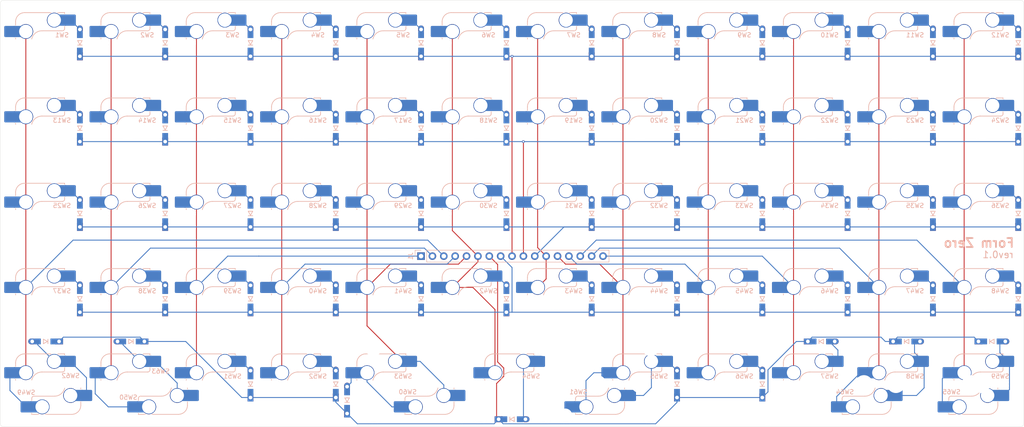
<source format=kicad_pcb>
(kicad_pcb (version 20240108) (generator "pcbnew") (generator_version "8.0")
  (title_block (title "Form Zero") (rev "0.1"))
  (layers (0 "F.Cu" signal) (31 "B.Cu" signal) (34 "B.Paste" user) (35 "F.Paste" user) (36 "B.SilkS" user "B.Silkscreen") (37 "F.SilkS" user "F.Silkscreen") (38 "B.Mask" user) (39 "F.Mask" user) (44 "Edge.Cuts" user))
  (net 0 "")
  (net 1 "Net-(D1-A)")
  (net 2 "Net-(D2-A)")
  (net 3 "Net-(D3-A)")
  (net 4 "Net-(D4-A)")
  (net 5 "Net-(D5-A)")
  (net 6 "Net-(D6-A)")
  (net 7 "Net-(D7-A)")
  (net 8 "Net-(D8-A)")
  (net 9 "Net-(D9-A)")
  (net 10 "Net-(D10-A)")
  (net 11 "Net-(D11-A)")
  (net 12 "Net-(D12-A)")
  (net 13 "Net-(D13-A)")
  (net 14 "Net-(D14-A)")
  (net 15 "Net-(D15-A)")
  (net 16 "Net-(D16-A)")
  (net 17 "Net-(D17-A)")
  (net 18 "Net-(D18-A)")
  (net 19 "Net-(D19-A)")
  (net 20 "Net-(D20-A)")
  (net 21 "Net-(D21-A)")
  (net 22 "Net-(D22-A)")
  (net 23 "Net-(D23-A)")
  (net 24 "Net-(D24-A)")
  (net 25 "Net-(D25-A)")
  (net 26 "Net-(D26-A)")
  (net 27 "Net-(D27-A)")
  (net 28 "Net-(D28-A)")
  (net 29 "Net-(D29-A)")
  (net 30 "Net-(D30-A)")
  (net 31 "Net-(D31-A)")
  (net 32 "Net-(D32-A)")
  (net 33 "Net-(D33-A)")
  (net 34 "Net-(D34-A)")
  (net 35 "Net-(D35-A)")
  (net 36 "Net-(D36-A)")
  (net 37 "Net-(D37-A)")
  (net 38 "Net-(D38-A)")
  (net 39 "Net-(D39-A)")
  (net 40 "Net-(D40-A)")
  (net 41 "Net-(D41-A)")
  (net 42 "Net-(D42-A)")
  (net 43 "Net-(D43-A)")
  (net 44 "Net-(D44-A)")
  (net 45 "Net-(D45-A)")
  (net 46 "Net-(D46-A)")
  (net 47 "Net-(D47-A)")
  (net 48 "Net-(D48-A)")
  (net 49 "Net-(D49-A)")
  (net 50 "Net-(D50-A)")
  (net 51 "Net-(D51-A)")
  (net 52 "Net-(D52-A)")
  (net 53 "Net-(D53-A)")
  (net 54 "Net-(D54-A)")
  (net 55 "Net-(D55-A)")
  (net 56 "Net-(D56-A)")
  (net 57 "Net-(D57-A)")
  (net 58 "Net-(D58-A)")
  (net 59 "Net-(D59-A)")
  (net 60 "row0")
  (net 61 "row1")
  (net 62 "row2")
  (net 63 "row3")
  (net 64 "row4")
  (net 65 "col6")
  (net 66 "col0")
  (net 67 "col1")
  (net 68 "col2")
  (net 69 "col3")
  (net 70 "col4")
  (net 71 "col5")
  (net 72 "col7")
  (net 73 "col8")
  (net 74 "col9")
  (net 75 "col10")
  (net 76 "col11")
  (footprint "marbastlib-mx:STAB_MX_2u" (layer "F.Cu") (at 154.644406 108.664398 180)
    (property "Reference" "S61" (hide yes))
    (property "Value" "MX_stab")
  )
  (footprint "marbastlib-mx:STAB_MX_2u" (layer "F.Cu") (at 135.594406 108.664398 180)
    (property "Reference" "S54" (hide yes))
    (property "Value" "MX_stab")
  )
  (footprint "PCM_marbastlib-mx:STAB_MX_7u" (layer "F.Cu") (at 135.594406 108.664398 180)
    (property "Reference" "S7" (hide yes))
    (property "Value" "MX_stab")
  )
  (footprint "marbastlib-mx:STAB_MX_2u" (layer "F.Cu") (at 116.544406 108.664398 180)
    (property "Reference" "S60" (hide yes))
    (property "Value" "MX_stab")
  )
  (footprint "PCM_marbastlib-mx:SW_MX_HS_CPG151101S11_1.25u" (layer "B.Cu") (at 33.200656 108.664398)
    (property "Reference" "SW62")
    (property "Value" "SW_Push")
  )
  (footprint "kbd:D3_TH_SMD_v2" (layer "B.Cu") (at 229.581905 51.514398 90)
    (property "Reference" "D23" (hide yes))
    (property "Value" "D" (hide yes))
  )
  (footprint "marbastlib-mx:SW_MX_HS_CPG151101S11_1u" (layer "B.Cu") (at 145.119406 89.614398 180)
    (property "Reference" "SW43")
    (property "Value" "SW_Push")
  )
  (footprint "marbastlib-mx:SW_MX_HS_CPG151101S11_1u" (layer "B.Cu") (at 164.169406 70.564398 180)
    (property "Reference" "SW32")
    (property "Value" "SW_Push")
  )
  (footprint "kbd:D3_TH_SMD_v2" (layer "B.Cu") (at 153.381905 89.614398 90)
    (property "Reference" "D43" (hide yes))
    (property "Value" "D" (hide yes))
  )
  (footprint "marbastlib-mx:SW_MX_HS_CPG151101S11_1u" (layer "B.Cu") (at 202.269406 51.514398 180)
    (property "Reference" "SW22")
    (property "Value" "SW_Push")
  )
  (footprint "kbd:D3_TH_SMD_v2" (layer "B.Cu") (at 58.131905 32.464398 90)
    (property "Reference" "D2" (hide yes))
    (property "Value" "D" (hide yes))
  )
  (footprint "kbd:D3_TH_SMD_v2" (layer "B.Cu") (at 39.081905 51.514398 90)
    (property "Reference" "D13" (hide yes))
    (property "Value" "D" (hide yes))
  )
  (footprint "marbastlib-mx:SW_MX_HS_CPG151101S11_1u" (layer "B.Cu") (at 126.069406 89.614398 180)
    (property "Reference" "SW42")
    (property "Value" "SW_Push")
  )
  (footprint "kbd:D3_TH_SMD_v2" (layer "B.Cu") (at 115.281905 32.464398 90)
    (property "Reference" "D5" (hide yes))
    (property "Value" "D" (hide yes))
  )
  (footprint "marbastlib-mx:SW_MX_HS_CPG151101S11_1u" (layer "B.Cu") (at 202.269406 32.464398 180)
    (property "Reference" "SW10")
    (property "Value" "SW_Push")
  )
  (footprint "PCM_marbastlib-mx:SW_MX_HS_CPG151101S11_1.25u" (layer "B.Cu") (at 57.013156 108.664398)
    (property "Reference" "SW63")
    (property "Value" "SW_Push")
  )
  (footprint "kbd:D3_TH_SMD_v2" (layer "B.Cu") (at 134.331905 89.614398 90)
    (property "Reference" "D42" (hide yes))
    (property "Value" "D" (hide yes))
  )
  (footprint "marbastlib-mx:SW_MX_HS_CPG151101S11_1u" (layer "B.Cu") (at 240.369406 89.614398 180)
    (property "Reference" "SW48")
    (property "Value" "SW_Push")
  )
  (footprint "kbd:D3_TH_SMD_v2" (layer "B.Cu") (at 153.381905 51.514398 90)
    (property "Reference" "D19" (hide yes))
    (property "Value" "D" (hide yes))
  )
  (footprint "marbastlib-mx:SW_MX_HS_CPG151101S11_1u" (layer "B.Cu") (at 126.069406 51.514398 180)
    (property "Reference" "SW18")
    (property "Value" "SW_Push")
  )
  (footprint "kbd:D3_TH_SMD_v2" (layer "B.Cu") (at 77.181905 89.614398 90)
    (property "Reference" "D39" (hide yes))
    (property "Value" "D" (hide yes))
  )
  (footprint "kbd:D3_TH_SMD_v2" (layer "B.Cu") (at 223.700656 99.139398)
    (property "Reference" "D58" (hide yes))
    (property "Value" "D" (hide yes))
  )
  (footprint "marbastlib-mx:SW_MX_HS_CPG151101S11_1u" (layer "B.Cu") (at 202.269406 89.614398 180)
    (property "Reference" "SW46")
    (property "Value" "SW_Push")
  )
  (footprint "marbastlib-mx:SW_MX_HS_CPG151101S11_1u" (layer "B.Cu") (at 154.644406 108.664398)
    (property "Reference" "SW61")
    (property "Value" "SW_Push")
  )
  (footprint "kbd:D3_TH_SMD_v2" (layer "B.Cu") (at 191.481905 70.564398 90)
    (property "Reference" "D33" (hide yes))
    (property "Value" "D" (hide yes))
  )
  (footprint "kbd:D3_TH_SMD_v2" (layer "B.Cu") (at 229.581905 70.564398 90)
    (property "Reference" "D35" (hide yes))
    (property "Value" "D" (hide yes))
  )
  (footprint "marbastlib-mx:SW_MX_HS_CPG151101S11_1u" (layer "B.Cu") (at 107.019406 89.614398 180)
    (property "Reference" "SW41")
    (property "Value" "SW_Push")
  )
  (footprint "kbd:D3_TH_SMD_v2" (layer "B.Cu") (at 229.581905 89.614398 90)
    (property "Reference" "D47" (hide yes))
    (property "Value" "D" (hide yes))
  )
  (footprint "kbd:D3_TH_SMD_v2" (layer "B.Cu") (at 135.594406 116.514459)
    (property "Reference" "D54" (hide yes))
    (property "Value" "D" (hide yes))
  )
  (footprint "kbd:D3_TH_SMD_v2" (layer "B.Cu") (at 210.531905 32.464398 90)
    (property "Reference" "D10" (hide yes))
    (property "Value" "D" (hide yes))
  )
  (footprint "marbastlib-mx:SW_MX_HS_CPG151101S11_1u" (layer "B.Cu") (at 202.269406 108.664398 180)
    (property "Reference" "SW57")
    (property "Value" "SW_Push")
  )
  (footprint "marbastlib-mx:SW_MX_HS_CPG151101S11_1u" (layer "B.Cu") (at 135.594406 108.664398 180)
    (property "Reference" "SW54")
    (property "Value" "SW_Push")
  )
  (footprint "marbastlib-mx:SW_MX_HS_CPG151101S11_1u" (layer "B.Cu") (at 107.019406 108.664398 180)
    (property "Reference" "SW53")
    (property "Value" "SW_Push")
  )
  (footprint "kbd:D3_TH_SMD_v2" (layer "B.Cu") (at 191.481905 32.464398 90)
    (property "Reference" "D9" (hide yes))
    (property "Value" "D" (hide yes))
  )
  (footprint "kbd:D3_TH_SMD_v2" (layer "B.Cu") (at 210.531905 51.514398 90)
    (property "Reference" "D22" (hide yes))
    (property "Value" "D" (hide yes))
  )
  (footprint "kbd:D3_TH_SMD_v2" (layer "B.Cu") (at 242.750656 99.139398)
    (property "Reference" "D59" (hide yes))
    (property "Value" "D" (hide yes))
  )
  (footprint "kbd:D3_TH_SMD_v2" (layer "B.Cu") (at 50.488156 99.139398 180)
    (property "Reference" "D50" (hide yes))
    (property "Value" "D" (hide yes))
  )
  (footprint "marbastlib-mx:SW_MX_HS_CPG151101S11_1u" (layer "B.Cu") (at 145.119406 70.564398 180)
    (property "Reference" "SW31")
    (property "Value" "SW_Push")
  )
  (footprint "marbastlib-mx:SW_MX_HS_CPG151101S11_1u" (layer "B.Cu") (at 30.819406 32.464398 180)
    (property "Reference" "SW1")
    (property "Value" "SW_Push")
  )
  (footprint "kbd:D3_TH_SMD_v2" (layer "B.Cu") (at 191.481905 108.664398 90)
    (property "Reference" "D56" (hide yes))
    (property "Value" "D" (hide yes))
  )
  (footprint "marbastlib-mx:SW_MX_HS_CPG151101S11_1u" (layer "B.Cu") (at 183.219406 51.514398 180)
    (property "Reference" "SW21")
    (property "Value" "SW_Push")
  )
  (footprint "kbd:D3_TH_SMD_v2" (layer "B.Cu") (at 96.231905 108.664398 90)
    (property "Reference" "D52" (hide yes))
    (property "Value" "D" (hide yes))
  )
  (footprint "kbd:D3_TH_SMD_v2" (layer "B.Cu") (at 248.631905 70.564398 90)
    (property "Reference" "D36" (hide yes))
    (property "Value" "D" (hide yes))
  )
  (footprint "kbd:D3_TH_SMD_v2" (layer "B.Cu") (at 96.231905 32.464398 90)
    (property "Reference" "D4" (hide yes))
    (property "Value" "D" (hide yes))
  )
  (footprint "kbd:D3_TH_SMD_v2" (layer "B.Cu") (at 172.431905 70.564398 90)
    (property "Reference" "D32" (hide yes))
    (property "Value" "D" (hide yes))
  )
  (footprint "kbd:D3_TH_SMD_v2" (layer "B.Cu") (at 172.431905 51.514398 90)
    (property "Reference" "D20" (hide yes))
    (property "Value" "D" (hide yes))
  )
  (footprint "marbastlib-mx:SW_MX_HS_CPG151101S11_1u" (layer "B.Cu") (at 164.169406 51.514398 180)
    (property "Reference" "SW20")
    (property "Value" "SW_Push")
  )
  (footprint "kbd:D3_TH_SMD_v2" (layer "B.Cu") (at 172.431905 108.664398 90)
    (property "Reference" "D55" (hide yes))
    (property "Value" "D" (hide yes))
  )
  (footprint "kbd:D3_TH_SMD_v2" (layer "B.Cu") (at 115.281905 70.564398 90)
    (property "Reference" "D29" (hide yes))
    (property "Value" "D" (hide yes))
  )
  (footprint "marbastlib-mx:SW_MX_HS_CPG151101S11_1u" (layer "B.Cu") (at 68.919406 32.464398 180)
    (property "Reference" "SW3")
    (property "Value" "SW_Push")
  )
  (footprint "kbd:D3_TH_SMD_v2" (layer "B.Cu") (at 58.131905 89.614398 90)
    (property "Reference" "D38" (hide yes))
    (property "Value" "D" (hide yes))
  )
  (footprint "kbd:D3_TH_SMD_v2" (layer "B.Cu") (at 96.231905 70.564398 90)
    (property "Reference" "D28" (hide yes))
    (property "Value" "D" (hide yes))
  )
  (footprint "kbd:D3_TH_SMD_v2" (layer "B.Cu") (at 31.438156 99.139398 180)
    (property "Reference" "D49" (hide yes))
    (property "Value" "D" (hide yes))
  )
  (footprint "kbd:D3_TH_SMD_v2" (layer "B.Cu") (at 96.231905 51.514398 90)
    (property "Reference" "D16" (hide yes))
    (property "Value" "D" (hide yes))
  )
  (footprint "marbastlib-mx:SW_MX_HS_CPG151101S11_1u" (layer "B.Cu") (at 164.169406 108.664398 180)
    (property "Reference" "SW55")
    (property "Value" "SW_Push")
  )
  (footprint "kbd:D3_TH_SMD_v2" (layer "B.Cu") (at 134.331905 70.564398 90)
    (property "Reference" "D30" (hide yes))
    (property "Value" "D" (hide yes))
  )
  (footprint "marbastlib-mx:SW_MX_HS_CPG151101S11_1u" (layer "B.Cu") (at 68.919406 108.664398 180)
    (property "Reference" "SW51")
    (property "Value" "SW_Push")
  )
  (footprint "Connector_PinHeader_2.54mm:PinHeader_1x17_P2.54mm_Vertical" (layer "B.Cu") (at 115.269406 80.089398 -90)
    (property "Reference" "J1")
    (property "Value" "Conn_01x17_Pin")
  )
  (footprint "marbastlib-mx:SW_MX_HS_CPG151101S11_1u" (layer "B.Cu") (at 30.819406 51.514398 180)
    (property "Reference" "SW13")
    (property "Value" "SW_Push")
  )
  (footprint "PCM_marbastlib-mx:SW_MX_HS_CPG151101S11_1.25u" (layer "B.Cu") (at 214.175656 108.664398)
    (property "Reference" "SW64")
    (property "Value" "SW_Push")
  )
  (footprint "marbastlib-mx:SW_MX_HS_CPG151101S11_1u" (layer "B.Cu") (at 116.544406 108.664398)
    (property "Reference" "SW60")
    (property "Value" "SW_Push")
  )
  (footprint "marbastlib-mx:SW_MX_HS_CPG151101S11_1u" (layer "B.Cu") (at 87.969406 108.664398 180)
    (property "Reference" "SW52")
    (property "Value" "SW_Push")
  )
  (footprint "marbastlib-mx:SW_MX_HS_CPG151101S11_1u" (layer "B.Cu") (at 87.969406 89.614398 180)
    (property "Reference" "SW40")
    (property "Value" "SW_Push")
  )
  (footprint "kbd:D3_TH_SMD_v2" (layer "B.Cu") (at 153.381905 32.464398 90)
    (property "Reference" "D7" (hide yes))
    (property "Value" "D" (hide yes))
  )
  (footprint "kbd:D3_TH_SMD_v2" (layer "B.Cu") (at 77.181905 70.564398 90)
    (property "Reference" "D27" (hide yes))
    (property "Value" "D" (hide yes))
  )
  (footprint "kbd:D3_TH_SMD_v2" (layer "B.Cu") (at 58.131905 70.564398 90)
    (property "Reference" "D26" (hide yes))
    (property "Value" "D" (hide yes))
  )
  (footprint "kbd:D3_TH_SMD_v2" (layer "B.Cu") (at 58.131905 51.514398 90)
    (property "Reference" "D14" (hide yes))
    (property "Value" "D" (hide yes))
  )
  (footprint "marbastlib-mx:SW_MX_HS_CPG151101S11_1u" (layer "B.Cu") (at 202.269406 70.564398 180)
    (property "Reference" "SW34")
    (property "Value" "SW_Push")
  )
  (footprint "marbastlib-mx:SW_MX_HS_CPG151101S11_1u" (layer "B.Cu") (at 68.919406 70.564398 180)
    (property "Reference" "SW27")
    (property "Value" "SW_Push")
  )
  (footprint "marbastlib-mx:SW_MX_HS_CPG151101S11_1u" (layer "B.Cu") (at 49.869406 70.564398 180)
    (property "Reference" "SW26")
    (property "Value" "SW_Push")
  )
  (footprint "kbd:D3_TH_SMD_v2" (layer "B.Cu") (at 210.531905 89.614398 90)
    (property "Reference" "D46" (hide yes))
    (property "Value" "D" (hide yes))
  )
  (footprint "marbastlib-mx:SW_MX_HS_CPG151101S11_1u" (layer "B.Cu") (at 221.319406 51.514398 180)
    (property "Reference" "SW23")
    (property "Value" "SW_Push")
  )
  (footprint "kbd:D3_TH_SMD_v2" (layer "B.Cu") (at 204.650656 99.139398)
    (property "Reference" "D57" (hide yes))
    (property "Value" "D" (hide yes))
  )
  (footprint "marbastlib-mx:SW_MX_HS_CPG151101S11_1u" (layer "B.Cu") (at 164.169406 32.464398 180)
    (property "Reference" "SW8")
    (property "Value" "SW_Push")
  )
  (footprint "kbd:D3_TH_SMD_v2" (layer "B.Cu") (at 77.181905 32.464398 90)
    (property "Reference" "D3" (hide yes))
    (property "Value" "D" (hide yes))
  )
  (footprint "kbd:D3_TH_SMD_v2" (layer "B.Cu") (at 229.581905 32.464398 90)
    (property "Reference" "D11" (hide yes))
    (property "Value" "D" (hide yes))
  )
  (footprint "marbastlib-mx:SW_MX_HS_CPG151101S11_1u" (layer "B.Cu") (at 183.219406 32.464398 180)
    (property "Reference" "SW9")
    (property "Value" "SW_Push")
  )
  (footprint "kbd:D3_TH_SMD_v2" (layer "B.Cu") (at 77.181905 108.664398 90)
    (property "Reference" "D51" (hide yes))
    (property "Value" "D" (hide yes))
  )
  (footprint "marbastlib-mx:SW_MX_HS_CPG151101S11_1u" (layer "B.Cu") (at 145.119406 32.464398 180)
    (property "Reference" "SW7")
    (property "Value" "SW_Push")
  )
  (footprint "kbd:D3_TH_SMD_v2" (layer "B.Cu") (at 39.081905 89.614398 90)
    (property "Reference" "D37" (hide yes))
    (property "Value" "D" (hide yes))
  )
  (footprint "marbastlib-mx:SW_MX_HS_CPG151101S11_1u" (layer "B.Cu") (at 240.369406 51.514398 180)
    (property "Reference" "SW24")
    (property "Value" "SW_Push")
  )
  (footprint "marbastlib-mx:SW_MX_HS_CPG151101S11_1u" (layer "B.Cu") (at 183.219406 70.564398 180)
    (property "Reference" "SW33")
    (property "Value" "SW_Push")
  )
  (footprint "PCM_marbastlib-mx:SW_MX_HS_CPG151101S11_1.25u" (layer "B.Cu") (at 237.988156 108.664398)
    (property "Reference" "SW65")
    (property "Value" "SW_Push")
  )
  (footprint "marbastlib-mx:SW_MX_HS_CPG151101S11_1u" (layer "B.Cu") (at 221.319406 89.614398 180)
    (property "Reference" "SW47")
    (property "Value" "SW_Push")
  )
  (footprint "marbastlib-mx:SW_MX_HS_CPG151101S11_1u" (layer "B.Cu") (at 183.219406 108.664398 180)
    (property "Reference" "SW56")
    (property "Value" "SW_Push")
  )
  (footprint "kbd:D3_TH_SMD_v2" (layer "B.Cu") (at 248.631905 32.464398 90)
    (property "Reference" "D12" (hide yes))
    (property "Value" "D" (hide yes))
  )
  (footprint "kbd:D3_TH_SMD_v2" (layer "B.Cu") (at 98.756906 112.236273 90)
    (property "Reference" "D53" (hide yes))
    (property "Value" "D" (hide yes))
  )
  (footprint "marbastlib-mx:SW_MX_HS_CPG151101S11_1u" (layer "B.Cu") (at 221.319406 32.464398 180)
    (property "Reference" "SW11")
    (property "Value" "SW_Push")
  )
  (footprint "marbastlib-mx:SW_MX_HS_CPG151101S11_1u" (layer "B.Cu") (at 49.869406 32.464398 180)
    (property "Reference" "SW2")
    (property "Value" "SW_Push")
  )
  (footprint "kbd:D3_TH_SMD_v2" (layer "B.Cu") (at 77.181905 51.514398 90)
    (property "Reference" "D15" (hide yes))
    (property "Value" "D" (hide yes))
  )
  (footprint "marbastlib-mx:SW_MX_HS_CPG151101S11_1u" (layer "B.Cu") (at 30.819406 108.664398 180)
    (property "Reference" "SW49")
    (property "Value" "SW_Push")
  )
  (footprint "marbastlib-mx:SW_MX_HS_CPG151101S11_1u" (layer "B.Cu") (at 49.869406 89.614398 180)
    (property "Reference" "SW38")
    (property "Value" "SW_Push")
  )
  (footprint "kbd:D3_TH_SMD_v2" (layer "B.Cu") (at 115.281905 89.614398 90)
    (property "Reference" "D41" (hide yes))
    (property "Value" "D" (hide yes))
  )
  (footprint "marbastlib-mx:SW_MX_HS_CPG151101S11_1u" (layer "B.Cu") (at 126.069406 70.564398 180)
    (property "Reference" "SW30")
    (property "Value" "SW_Push")
  )
  (footprint "marbastlib-mx:SW_MX_HS_CPG151101S11_1u" (layer "B.Cu") (at 87.969406 70.564398 180)
    (property "Reference" "SW28")
    (property "Value" "SW_Push")
  )
  (footprint "marbastlib-mx:SW_MX_HS_CPG151101S11_1u" (layer "B.Cu") (at 240.369406 108.664398 180)
    (property "Reference" "SW59")
    (property "Value" "SW_Push")
  )
  (footprint "kbd:D3_TH_SMD_v2" (layer "B.Cu") (at 115.281905 51.514398 90)
    (property "Reference" "D17" (hide yes))
    (property "Value" "D" (hide yes))
  )
  (footprint "marbastlib-mx:SW_MX_HS_CPG151101S11_1u" (layer "B.Cu") (at 145.119406 51.514398 180)
    (property "Reference" "SW19")
    (property "Value" "SW_Push")
  )
  (footprint "marbastlib-mx:SW_MX_HS_CPG151101S11_1u" (layer "B.Cu") (at 68.919406 51.514398 180)
    (property "Reference" "SW15")
    (property "Value" "SW_Push")
  )
  (footprint "kbd:D3_TH_SMD_v2" (layer "B.Cu") (at 248.631905 51.514398 90)
    (property "Reference" "D24" (hide yes))
    (property "Value" "D" (hide yes))
  )
  (footprint "marbastlib-mx:SW_MX_HS_CPG151101S11_1u" (layer "B.Cu") (at 107.019406 51.514398 180)
    (property "Reference" "SW17")
    (property "Value" "SW_Push")
  )
  (footprint "marbastlib-mx:SW_MX_HS_CPG151101S11_1u" (layer "B.Cu") (at 87.969406 32.464398 180)
    (property "Reference" "SW4")
    (property "Value" "SW_Push")
  )
  (footprint "kbd:D3_TH_SMD_v2" (layer "B.Cu") (at 210.531905 70.564398 90)
    (property "Reference" "D34" (hide yes))
    (property "Value" "D" (hide yes))
  )
  (footprint "kbd:D3_TH_SMD_v2" (layer "B.Cu") (at 39.081905 70.564398 90)
    (property "Reference" "D25" (hide yes))
    (property "Value" "D" (hide yes))
  )
  (footprint "marbastlib-mx:SW_MX_HS_CPG151101S11_1u" (layer "B.Cu") (at 164.169406 89.614398 180)
    (property "Reference" "SW44")
    (property "Value" "SW_Push")
  )
  (footprint "marbastlib-mx:SW_MX_HS_CPG151101S11_1u" (layer "B.Cu") (at 68.919406 89.614398 180)
    (property "Reference" "SW39")
    (property "Value" "SW_Push")
  )
  (footprint "marbastlib-mx:SW_MX_HS_CPG151101S11_1u" (layer "B.Cu") (at 240.369406 70.564398 180)
    (property "Reference" "SW36")
    (property "Value" "SW_Push")
  )
  (footprint "marbastlib-mx:SW_MX_HS_CPG151101S11_1u" (layer "B.Cu") (at 221.319406 108.664398 180)
    (property "Reference" "SW58")
    (property "Value" "SW_Push")
  )
  (footprint "kbd:D3_TH_SMD_v2" (layer "B.Cu") (at 172.431905 32.464398 90)
    (property "Reference" "D8" (hide yes))
    (property "Value" "D" (hide yes))
  )
  (footprint "kbd:D3_TH_SMD_v2" (layer "B.Cu") (at 134.331905 51.514398 90)
    (property "Reference" "D18" (hide yes))
    (property "Value" "D" (hide yes))
  )
  (footprint "kbd:D3_TH_SMD_v2" (layer "B.Cu") (at 172.431905 89.614398 90)
    (property "Reference" "D44" (hide yes))
    (property "Value" "D" (hide yes))
  )
  (footprint "marbastlib-mx:SW_MX_HS_CPG151101S11_1u" (layer "B.Cu") (at 49.869406 108.664398 180)
    (property "Reference" "SW50")
    (property "Value" "SW_Push")
  )
  (footprint "marbastlib-mx:SW_MX_HS_CPG151101S11_1u" (layer "B.Cu") (at 107.019406 70.564398 180)
    (property "Reference" "SW29")
    (property "Value" "SW_Push")
  )
  (footprint "kbd:D3_TH_SMD_v2" (layer "B.Cu") (at 39.081905 32.464398 90)
    (property "Reference" "D1" (hide yes))
    (property "Value" "D" (hide yes))
  )
  (footprint "marbastlib-mx:SW_MX_HS_CPG151101S11_1u" (layer "B.Cu") (at 49.869406 51.514398 180)
    (property "Reference" "SW14")
    (property "Value" "SW_Push")
  )
  (footprint "marbastlib-mx:SW_MX_HS_CPG151101S11_1u" (layer "B.Cu") (at 240.369406 32.464398 180)
    (property "Reference" "SW12")
    (property "Value" "SW_Push")
  )
  (footprint "marbastlib-mx:SW_MX_HS_CPG151101S11_1u" (layer "B.Cu") (at 107.019406 32.464398 180)
    (property "Reference" "SW5")
    (property "Value" "SW_Push")
  )
  (footprint "marbastlib-mx:SW_MX_HS_CPG151101S11_1u" (layer "B.Cu") (at 183.219406 89.614398 180)
    (property "Reference" "SW45")
    (property "Value" "SW_Push")
  )
  (footprint "kbd:D3_TH_SMD_v2" (layer "B.Cu") (at 134.331905 32.464398 90)
    (property "Reference" "D6" (hide yes))
    (property "Value" "D" (hide yes))
  )
  (footprint "kbd:D3_TH_SMD_v2" (layer "B.Cu") (at 96.231905 89.614398 90)
    (property "Reference" "D40" (hide yes))
    (property "Value" "D" (hide yes))
  )
  (footprint "kbd:D3_TH_SMD_v2" (layer "B.Cu") (at 191.481905 51.514398 90)
    (property "Reference" "D21" (hide yes))
    (property "Value" "D" (hide yes))
  )
  (footprint "kbd:D3_TH_SMD_v2" (layer "B.Cu") (at 153.381905 70.564398 90)
    (property "Reference" "D31" (hide yes))
    (property "Value" "D" (hide yes))
  )
  (footprint "kbd:D3_TH_SMD_v2" (layer "B.Cu") (at 248.631905 89.614398 90)
    (property "Reference" "D48" (hide yes))
    (property "Value" "D" (hide yes))
  )
  (footprint "marbastlib-mx:SW_MX_HS_CPG151101S11_1u" (layer "B.Cu") (at 30.819406 70.564398 180)
    (property "Reference" "SW25")
    (property "Value" "SW_Push")
  )
  (footprint "kbd:D3_TH_SMD_v2" (layer "B.Cu") (at 191.481905 89.614398 90)
    (property "Reference" "D45" (hide yes))
    (property "Value" "D" (hide yes))
  )
  (footprint "marbastlib-mx:SW_MX_HS_CPG151101S11_1u" (layer "B.Cu") (at 30.819406 89.614398 180)
    (property "Reference" "SW37")
    (property "Value" "SW_Push")
  )
  (footprint "marbastlib-mx:SW_MX_HS_CPG151101S11_1u" (layer "B.Cu") (at 221.319406 70.564398 180)
    (property "Reference" "SW35")
    (property "Value" "SW_Push")
  )
  (footprint "marbastlib-mx:SW_MX_HS_CPG151101S11_1u" (layer "B.Cu") (at 87.969406 51.514398 180)
    (property "Reference" "SW16")
    (property "Value" "SW_Push")
  )
  (footprint "marbastlib-mx:SW_MX_HS_CPG151101S11_1u" (layer "B.Cu") (at 126.069406 32.464398 180)
    (property "Reference" "SW6")
    (property "Value" "SW_Push")
  )
  (gr_arc (start 21.294406 23.714398) (mid 21.521398 23.16639) (end 22.069406 22.939398) (stroke (width 0.05)) (layer "Edge.Cuts"))
  (gr_arc (start 249.119406 22.939398) (mid 249.667414 23.16639) (end 249.894406 23.714398) (stroke (width 0.05)) (layer "Edge.Cuts"))
  (gr_arc (start 22.069406 118.189398) (mid 21.521398 117.962406) (end 21.294406 117.414398) (stroke (width 0.05)) (layer "Edge.Cuts"))
  (gr_line (start 249.894406 23.714398) (end 249.894406 117.414398) (stroke (width 0.05)) (layer "Edge.Cuts"))
  (gr_arc (start 249.894406 117.414398) (mid 249.667414 117.962406) (end 249.119406 118.189398) (stroke (width 0.05)) (layer "Edge.Cuts"))
  (gr_line (start 21.294406 117.414398) (end 21.294406 23.714398) (stroke (width 0.05)) (layer "Edge.Cuts"))
  (gr_line (start 249.119406 118.189398) (end 22.069406 118.189398) (stroke (width 0.05)) (layer "Edge.Cuts"))
  (gr_line (start 22.069406 22.939398) (end 249.119406 22.939398) (stroke (width 0.05)) (layer "Edge.Cuts"))
  (gr_text "rev${REVISION}" (at 247.716942 80.645522 0) (layer "B.SilkS") (effects (font (size 1.5 1.5) (thickness 0.2)) (justify left bottom mirror)))
  (gr_text "${TITLE}" (at 239.848483 78.311816 0) (layer "B.SilkS") (effects (font (size 2 2) (thickness 0.4) (bold yes)) (justify bottom mirror)))
  (segment (start 36.909406 27.384398) (end 37.001905 27.384398) (width 0.2) (layer "B.Cu") (net 1))
  (segment (start 37.001905 27.384398) (end 39.081905 29.464398) (width 0.2) (layer "B.Cu") (net 1))
  (segment (start 55.959406 27.384398) (end 56.051905 27.384398) (width 0.2) (layer "B.Cu") (net 2))
  (segment (start 56.051905 27.384398) (end 58.131905 29.464398) (width 0.2) (layer "B.Cu") (net 2))
  (segment (start 75.009406 27.384398) (end 75.101905 27.384398) (width 0.2) (layer "B.Cu") (net 3))
  (segment (start 75.101905 27.384398) (end 77.181905 29.464398) (width 0.2) (layer "B.Cu") (net 3))
  (segment (start 94.151905 27.384398) (end 96.231905 29.464398) (width 0.2) (layer "B.Cu") (net 4))
  (segment (start 94.059406 27.384398) (end 94.151905 27.384398) (width 0.2) (layer "B.Cu") (net 4))
  (segment (start 113.109406 27.384398) (end 113.201905 27.384398) (width 0.2) (layer "B.Cu") (net 5))
  (segment (start 113.201905 27.384398) (end 115.281905 29.464398) (width 0.2) (layer "B.Cu") (net 5))
  (segment (start 132.159406 27.384398) (end 132.251905 27.384398) (width 0.2) (layer "B.Cu") (net 6))
  (segment (start 132.251905 27.384398) (end 134.331905 29.464398) (width 0.2) (layer "B.Cu") (net 6))
  (segment (start 151.209406 27.384398) (end 151.301905 27.384398) (width 0.2) (layer "B.Cu") (net 7))
  (segment (start 151.301905 27.384398) (end 153.381905 29.464398) (width 0.2) (layer "B.Cu") (net 7))
  (segment (start 170.351905 27.384398) (end 172.431905 29.464398) (width 0.2) (layer "B.Cu") (net 8))
  (segment (start 170.259406 27.384398) (end 170.351905 27.384398) (width 0.2) (layer "B.Cu") (net 8))
  (segment (start 189.401905 27.384398) (end 191.481905 29.464398) (width 0.2) (layer "B.Cu") (net 9))
  (segment (start 189.309406 27.384398) (end 189.401905 27.384398) (width 0.2) (layer "B.Cu") (net 9))
  (segment (start 208.451905 27.384398) (end 210.531905 29.464398) (width 0.2) (layer "B.Cu") (net 10))
  (segment (start 208.359406 27.384398) (end 208.451905 27.384398) (width 0.2) (layer "B.Cu") (net 10))
  (segment (start 227.409406 27.384398) (end 227.501905 27.384398) (width 0.2) (layer "B.Cu") (net 11))
  (segment (start 227.501905 27.384398) (end 229.581905 29.464398) (width 0.2) (layer "B.Cu") (net 11))
  (segment (start 246.459406 27.384398) (end 246.551905 27.384398) (width 0.2) (layer "B.Cu") (net 12))
  (segment (start 246.551905 27.384398) (end 248.631905 29.464398) (width 0.2) (layer "B.Cu") (net 12))
  (segment (start 36.909406 46.434398) (end 37.001905 46.434398) (width 0.2) (layer "B.Cu") (net 13))
  (segment (start 37.001905 46.434398) (end 39.081905 48.514398) (width 0.2) (layer "B.Cu") (net 13))
  (segment (start 56.051905 46.434398) (end 58.131905 48.514398) (width 0.2) (layer "B.Cu") (net 14))
  (segment (start 55.959406 46.434398) (end 56.051905 46.434398) (width 0.2) (layer "B.Cu") (net 14))
  (segment (start 75.101905 46.434398) (end 77.181905 48.514398) (width 0.2) (layer "B.Cu") (net 15))
  (segment (start 75.009406 46.434398) (end 75.101905 46.434398) (width 0.2) (layer "B.Cu") (net 15))
  (segment (start 94.059406 46.434398) (end 94.151905 46.434398) (width 0.2) (layer "B.Cu") (net 16))
  (segment (start 94.151905 46.434398) (end 96.231905 48.514398) (width 0.2) (layer "B.Cu") (net 16))
  (segment (start 113.201905 46.434398) (end 115.281905 48.514398) (width 0.2) (layer "B.Cu") (net 17))
  (segment (start 113.109406 46.434398) (end 113.201905 46.434398) (width 0.2) (layer "B.Cu") (net 17))
  (segment (start 132.251905 46.434398) (end 134.331905 48.514398) (width 0.2) (layer "B.Cu") (net 18))
  (segment (start 132.159406 46.434398) (end 132.251905 46.434398) (width 0.2) (layer "B.Cu") (net 18))
  (segment (start 151.301905 46.434398) (end 153.381905 48.514398) (width 0.2) (layer "B.Cu") (net 19))
  (segment (start 151.209406 46.434398) (end 151.301905 46.434398) (width 0.2) (layer "B.Cu") (net 19))
  (segment (start 170.259406 46.434398) (end 170.351905 46.434398) (width 0.2) (layer "B.Cu") (net 20))
  (segment (start 170.351905 46.434398) (end 172.431905 48.514398) (width 0.2) (layer "B.Cu") (net 20))
  (segment (start 189.309406 46.434398) (end 189.401905 46.434398) (width 0.2) (layer "B.Cu") (net 21))
  (segment (start 189.401905 46.434398) (end 191.481905 48.514398) (width 0.2) (layer "B.Cu") (net 21))
  (segment (start 208.359406 46.434398) (end 208.451905 46.434398) (width 0.2) (layer "B.Cu") (net 22))
  (segment (start 208.451905 46.434398) (end 210.531905 48.514398) (width 0.2) (layer "B.Cu") (net 22))
  (segment (start 227.501905 46.434398) (end 229.581905 48.514398) (width 0.2) (layer "B.Cu") (net 23))
  (segment (start 227.409406 46.434398) (end 227.501905 46.434398) (width 0.2) (layer "B.Cu") (net 23))
  (segment (start 246.551905 46.434398) (end 248.631905 48.514398) (width 0.2) (layer "B.Cu") (net 24))
  (segment (start 246.459406 46.434398) (end 246.551905 46.434398) (width 0.2) (layer "B.Cu") (net 24))
  (segment (start 36.909406 65.484398) (end 37.001905 65.484398) (width 0.2) (layer "B.Cu") (net 25))
  (segment (start 37.001905 65.484398) (end 39.081905 67.564398) (width 0.2) (layer "B.Cu") (net 25))
  (segment (start 56.051905 65.484398) (end 58.131905 67.564398) (width 0.2) (layer "B.Cu") (net 26))
  (segment (start 55.959406 65.484398) (end 56.051905 65.484398) (width 0.2) (layer "B.Cu") (net 26))
  (segment (start 75.009406 65.484398) (end 75.101905 65.484398) (width 0.2) (layer "B.Cu") (net 27))
  (segment (start 75.101905 65.484398) (end 77.181905 67.564398) (width 0.2) (layer "B.Cu") (net 27))
  (segment (start 94.151905 65.484398) (end 96.231905 67.564398) (width 0.2) (layer "B.Cu") (net 28))
  (segment (start 94.059406 65.484398) (end 94.151905 65.484398) (width 0.2) (layer "B.Cu") (net 28))
  (segment (start 113.109406 65.484398) (end 113.201905 65.484398) (width 0.2) (layer "B.Cu") (net 29))
  (segment (start 113.201905 65.484398) (end 115.281905 67.564398) (width 0.2) (layer "B.Cu") (net 29))
  (segment (start 132.159406 65.484398) (end 132.251905 65.484398) (width 0.2) (layer "B.Cu") (net 30))
  (segment (start 132.251905 65.484398) (end 134.331905 67.564398) (width 0.2) (layer "B.Cu") (net 30))
  (segment (start 151.209406 65.484398) (end 151.301905 65.484398) (width 0.2) (layer "B.Cu") (net 31))
  (segment (start 151.301905 65.484398) (end 153.381905 67.564398) (width 0.2) (layer "B.Cu") (net 31))
  (segment (start 170.259406 65.484398) (end 170.351905 65.484398) (width 0.2) (layer "B.Cu") (net 32))
  (segment (start 170.351905 65.484398) (end 172.431905 67.564398) (width 0.2) (layer "B.Cu") (net 32))
  (segment (start 189.401905 65.484398) (end 191.481905 67.564398) (width 0.2) (layer "B.Cu") (net 33))
  (segment (start 189.309406 65.484398) (end 189.401905 65.484398) (width 0.2) (layer "B.Cu") (net 33))
  (segment (start 208.359406 65.484398) (end 208.451905 65.484398) (width 0.2) (layer "B.Cu") (net 34))
  (segment (start 208.451905 65.484398) (end 210.531905 67.564398) (width 0.2) (layer "B.Cu") (net 34))
  (segment (start 227.409406 65.484398) (end 227.501905 65.484398) (width 0.2) (layer "B.Cu") (net 35))
  (segment (start 227.501905 65.484398) (end 229.581905 67.564398) (width 0.2) (layer "B.Cu") (net 35))
  (segment (start 246.459406 65.484398) (end 246.551905 65.484398) (width 0.2) (layer "B.Cu") (net 36))
  (segment (start 246.551905 65.484398) (end 248.631905 67.564398) (width 0.2) (layer "B.Cu") (net 36))
  (segment (start 36.909406 84.534398) (end 37.001905 84.534398) (width 0.2) (layer "B.Cu") (net 37))
  (segment (start 37.001905 84.534398) (end 39.081905 86.614398) (width 0.2) (layer "B.Cu") (net 37))
  (segment (start 56.051905 84.534398) (end 58.131905 86.614398) (width 0.2) (layer "B.Cu") (net 38))
  (segment (start 55.959406 84.534398) (end 56.051905 84.534398) (width 0.2) (layer "B.Cu") (net 38))
  (segment (start 75.009406 84.534398) (end 75.101905 84.534398) (width 0.2) (layer "B.Cu") (net 39))
  (segment (start 75.101905 84.534398) (end 77.181905 86.614398) (width 0.2) (layer "B.Cu") (net 39))
  (segment (start 94.059406 84.534398) (end 94.151905 84.534398) (width 0.2) (layer "B.Cu") (net 40))
  (segment (start 94.151905 84.534398) (end 96.231905 86.614398) (width 0.2) (layer "B.Cu") (net 40))
  (segment (start 113.109406 84.534398) (end 113.201905 84.534398) (width 0.2) (layer "B.Cu") (net 41))
  (segment (start 113.201905 84.534398) (end 115.281905 86.614398) (width 0.2) (layer "B.Cu") (net 41))
  (segment (start 132.159406 84.534398) (end 132.251905 84.534398) (width 0.2) (layer "B.Cu") (net 42))
  (segment (start 132.251905 84.534398) (end 134.331905 86.614398) (width 0.2) (layer "B.Cu") (net 42))
  (segment (start 151.209406 84.534398) (end 151.301905 84.534398) (width 0.2) (layer "B.Cu") (net 43))
  (segment (start 151.301905 84.534398) (end 153.381905 86.614398) (width 0.2) (layer "B.Cu") (net 43))
  (segment (start 170.259406 84.534398) (end 170.351905 84.534398) (width 0.2) (layer "B.Cu") (net 44))
  (segment (start 170.351905 84.534398) (end 172.431905 86.614398) (width 0.2) (layer "B.Cu") (net 44))
  (segment (start 189.309406 84.534398) (end 189.401905 84.534398) (width 0.2) (layer "B.Cu") (net 45))
  (segment (start 189.401905 84.534398) (end 191.481905 86.614398) (width 0.2) (layer "B.Cu") (net 45))
  (segment (start 208.451905 84.534398) (end 210.531905 86.614398) (width 0.2) (layer "B.Cu") (net 46))
  (segment (start 208.359406 84.534398) (end 208.451905 84.534398) (width 0.2) (layer "B.Cu") (net 46))
  (segment (start 227.409406 84.534398) (end 227.501905 84.534398) (width 0.2) (layer "B.Cu") (net 47))
  (segment (start 227.501905 84.534398) (end 229.581905 86.614398) (width 0.2) (layer "B.Cu") (net 47))
  (segment (start 246.459406 84.534398) (end 246.551905 84.534398) (width 0.2) (layer "B.Cu") (net 48))
  (segment (start 246.551905 84.534398) (end 248.631905 86.614398) (width 0.2) (layer "B.Cu") (net 48))
  (segment (start 29.663156 99.888148) (end 29.663156 99.139398) (width 0.2) (layer "B.Cu") (net 49))
  (segment (start 33.359406 103.584398) (end 29.663156 99.888148) (width 0.2) (layer "B.Cu") (net 49))
  (segment (start 40.560656 111.204398) (end 40.560656 107.235648) (width 0.2) (layer "B.Cu") (net 49))
  (segment (start 40.560656 107.235648) (end 36.909406 103.584398) (width 0.2) (layer "B.Cu") (net 49))
  (segment (start 36.909406 103.584398) (end 37.001905 103.584398) (width 0.2) (layer "B.Cu") (net 49))
  (segment (start 55.959406 103.584398) (end 56.051905 103.584398) (width 0.2) (layer "B.Cu") (net 50))
  (segment (start 48.713156 99.888148) (end 48.713156 99.139398) (width 0.2) (layer "B.Cu") (net 50))
  (segment (start 52.409406 103.584398) (end 48.713156 99.888148) (width 0.2) (layer "B.Cu") (net 50))
  (segment (start 60.823156 108.448148) (end 60.823156 111.204398) (width 0.2) (layer "B.Cu") (net 50))
  (segment (start 55.959406 103.584398) (end 60.823156 108.448148) (width 0.2) (layer "B.Cu") (net 50))
  (segment (start 75.009406 103.584398) (end 75.101905 103.584398) (width 0.2) (layer "B.Cu") (net 51))
  (segment (start 75.101905 103.584398) (end 77.181905 105.664398) (width 0.2) (layer "B.Cu") (net 51))
  (segment (start 94.151905 103.584398) (end 96.231905 105.664398) (width 0.2) (layer "B.Cu") (net 52))
  (segment (start 94.059406 103.584398) (end 94.151905 103.584398) (width 0.2) (layer "B.Cu") (net 52))
  (segment (start 103.209406 108.169173) (end 103.209406 106.124398) (width 0.2) (layer "B.Cu") (net 53))
  (segment (start 110.454406 113.744398) (end 108.784631 113.744398) (width 0.2) (layer "B.Cu") (net 53))
  (segment (start 99.659406 106.124398) (end 99.659406 108.333773) (width 0.2) (layer "B.Cu") (net 53))
  (segment (start 108.784631 113.744398) (end 103.209406 108.169173) (width 0.2) (layer "B.Cu") (net 53))
  (segment (start 99.659406 108.333773) (end 98.756906 109.236273) (width 0.2) (layer "B.Cu") (net 53))
  (segment (start 138.134406 103.584398) (end 138.134406 116.054459) (width 0.2) (layer "B.Cu") (net 54))
  (segment (start 141.684406 103.584398) (end 141.776905 103.584398) (width 0.2) (layer "B.Cu") (net 54))
  (segment (start 138.134406 116.475361) (end 138.143962 116.484917) (width 0.2) (layer "B.Cu") (net 54))
  (segment (start 138.134406 116.054459) (end 138.594406 116.514459) (width 0.2) (layer "B.Cu") (net 54))
  (segment (start 166.709406 109.439173) (end 166.709406 103.584398) (width 0.2) (layer "B.Cu") (net 55))
  (segment (start 170.259406 103.584398) (end 170.351905 103.584398) (width 0.2) (layer "B.Cu") (net 55))
  (segment (start 170.351905 103.584398) (end 172.431905 105.664398) (width 0.2) (layer "B.Cu") (net 55))
  (segment (start 164.944181 111.204398) (end 166.709406 109.439173) (width 0.2) (layer "B.Cu") (net 55))
  (segment (start 162.004406 111.204398) (end 164.944181 111.204398) (width 0.2) (layer "B.Cu") (net 55))
  (segment (start 189.401905 103.584398) (end 191.481905 105.664398) (width 0.2) (layer "B.Cu") (net 56))
  (segment (start 189.309406 103.584398) (end 189.401905 103.584398) (width 0.2) (layer "B.Cu") (net 56))
  (segment (start 208.359406 103.584398) (end 208.359406 101.073148) (width 0.2) (layer "B.Cu") (net 57))
  (segment (start 208.359406 103.584398) (end 208.451905 103.584398) (width 0.2) (layer "B.Cu") (net 57))
  (segment (start 208.359406 101.073148) (end 206.425656 99.139398) (width 0.2) (layer "B.Cu") (net 57))
  (segment (start 227.409406 103.584398) (end 227.624406 103.799398) (width 0.2) (layer "B.Cu") (net 58))
  (segment (start 225.923156 111.204398) (end 221.535656 111.204398) (width 0.2) (layer "B.Cu") (net 58))
  (segment (start 227.624406 109.503148) (end 225.923156 111.204398) (width 0.2) (layer "B.Cu") (net 58))
  (segment (start 227.624406 103.799398) (end 227.624406 109.503148) (width 0.2) (layer "B.Cu") (net 58))
  (segment (start 225.475656 99.139398) (end 225.475656 101.650648) (width 0.2) (layer "B.Cu") (net 58))
  (segment (start 227.409406 103.584398) (end 227.501905 103.584398) (width 0.2) (layer "B.Cu") (net 58))
  (segment (start 225.475656 101.650648) (end 227.409406 103.584398) (width 0.2) (layer "B.Cu") (net 58))
  (segment (start 246.674406 109.878148) (end 245.348156 111.204398) (width 0.2) (layer "B.Cu") (net 59))
  (segment (start 244.525656 101.650648) (end 246.459406 103.584398) (width 0.2) (layer "B.Cu") (net 59))
  (segment (start 246.459406 103.584398) (end 246.551905 103.584398) (width 0.2) (layer "B.Cu") (net 59))
  (segment (start 246.674406 103.799398) (end 246.674406 109.878148) (width 0.2) (layer "B.Cu") (net 59))
  (segment (start 246.459406 103.584398) (end 246.674406 103.799398) (width 0.2) (layer "B.Cu") (net 59))
  (segment (start 244.525656 99.139398) (end 244.525656 101.650648) (width 0.2) (layer "B.Cu") (net 59))
  (segment (start 135.589406 35.469398) (end 135.594406 35.464398) (width 0.2) (layer "F.Cu") (net 60))
  (segment (start 135.589406 80.089398) (end 135.589406 35.469398) (width 0.2) (layer "F.Cu") (net 60))
  (via (at 135.594406 35.464398) (size 0.6) (drill 0.3) (layers "F.Cu" "B.Cu") (net 60))
  (segment (start 39.081905 35.464398) (end 135.594406 35.464398) (width 0.2) (layer "B.Cu") (net 60))
  (segment (start 135.594406 35.464398) (end 248.631905 35.464398) (width 0.2) (layer "B.Cu") (net 60))
  (segment (start 138.129406 80.089398) (end 138.129406 54.519398) (width 0.2) (layer "F.Cu") (net 61))
  (segment (start 138.129406 54.519398) (end 138.124406 54.514398) (width 0.2) (layer "F.Cu") (net 61))
  (via (at 138.124406 54.514398) (size 0.6) (drill 0.3) (layers "F.Cu" "B.Cu") (net 61))
  (segment (start 248.631905 54.514398) (end 138.124406 54.514398) (width 0.2) (layer "B.Cu") (net 61))
  (segment (start 138.124406 54.514398) (end 39.081905 54.514398) (width 0.2) (layer "B.Cu") (net 61))
  (segment (start 147.194406 73.564398) (end 140.669406 80.089398) (width 0.2) (layer "B.Cu") (net 62))
  (segment (start 139.761693 73.564398) (end 248.631905 73.564398) (width 0.2) (layer "B.Cu") (net 62))
  (segment (start 39.081905 73.564398) (end 139.761693 73.564398) (width 0.2) (layer "B.Cu") (net 62))
  (segment (start 153.381905 73.564398) (end 147.194406 73.564398) (width 0.2) (layer "B.Cu") (net 62))
  (segment (start 135.594502 82.634494) (end 133.049406 80.089398) (width 0.2) (layer "B.Cu") (net 63))
  (segment (start 135.594502 92.614398) (end 135.594502 82.634494) (width 0.2) (layer "B.Cu") (net 63))
  (segment (start 248.631905 92.614398) (end 135.594502 92.614398) (width 0.2) (layer "B.Cu") (net 63))
  (segment (start 135.594502 92.614398) (end 39.081905 92.614398) (width 0.2) (layer "B.Cu") (net 63))
  (segment (start 132.143962 116.484917) (end 132.143962 108.522559) (width 0.2) (layer "F.Cu") (net 64))
  (segment (start 133.734406 105.071966) (end 133.734406 106.932115) (width 0.2) (layer "F.Cu") (net 64))
  (segment (start 132.143962 108.522559) (end 133.734406 106.932115) (width 0.2) (layer "F.Cu") (net 64))
  (segment (start 132.374406 103.711966) (end 133.734406 105.071966) (width 0.2) (layer "F.Cu") (net 64))
  (segment (start 130.509406 80.089398) (end 132.374406 81.954398) (width 0.2) (layer "F.Cu") (net 64))
  (segment (start 132.374406 81.954398) (end 132.374406 103.711966) (width 0.2) (layer "F.Cu") (net 64))
  (segment (start 53.488156 99.139398) (end 62.709181 99.139398) (width 0.2) (layer "B.Cu") (net 64))
  (segment (start 167.661905 117.523398) (end 172.431905 112.753398) (width 0.2) (layer "B.Cu") (net 64))
  (segment (start 77.181905 111.664398) (end 96.231905 111.664398) (width 0.2) (layer "B.Cu") (net 64))
  (segment (start 131.585467 117.523398) (end 132.594406 116.514459) (width 0.2) (layer "B.Cu") (net 64))
  (segment (start 96.231905 112.711272) (end 98.756906 115.236273) (width 0.2) (layer "B.Cu") (net 64))
  (segment (start 191.481905 111.664398) (end 172.431905 111.664398) (width 0.2) (layer "B.Cu") (net 64))
  (segment (start 35.388156 98.189398) (end 52.538156 98.189398) (width 0.2) (layer "B.Cu") (net 64))
  (segment (start 98.756906 115.236273) (end 101.044031 117.523398) (width 0.2) (layer "B.Cu") (net 64))
  (segment (start 172.431905 112.753398) (end 172.431905 111.664398) (width 0.2) (layer "B.Cu") (net 64))
  (segment (start 199.084662 99.139398) (end 192.744406 105.479654) (width 0.2) (layer "B.Cu") (net 64))
  (segment (start 218.938156 99.139398) (end 217.988156 98.189398) (width 0.2) (layer "B.Cu") (net 64))
  (segment (start 167.661905 117.523398) (end 133.603345 117.523398) (width 0.2) (layer "B.Cu") (net 64))
  (segment (start 201.650656 99.139398) (end 199.084662 99.139398) (width 0.2) (layer "B.Cu") (net 64))
  (segment (start 220.700656 99.139398) (end 218.938156 99.139398) (width 0.2) (layer "B.Cu") (net 64))
  (segment (start 217.988156 98.189398) (end 202.600656 98.189398) (width 0.2) (layer "B.Cu") (net 64))
  (segment (start 34.438156 99.139398) (end 35.388156 98.189398) (width 0.2) (layer "B.Cu") (net 64))
  (segment (start 239.750656 99.139398) (end 238.800656 98.189398) (width 0.2) (layer "B.Cu") (net 64))
  (segment (start 202.600656 98.189398) (end 201.650656 99.139398) (width 0.2) (layer "B.Cu") (net 64))
  (segment (start 238.800656 98.189398) (end 221.650656 98.189398) (width 0.2) (layer "B.Cu") (net 64))
  (segment (start 221.650656 98.189398) (end 220.700656 99.139398) (width 0.2) (layer "B.Cu") (net 64))
  (segment (start 133.603345 117.523398) (end 132.594406 116.514459) (width 0.2) (layer "B.Cu") (net 64))
  (segment (start 192.744406 110.401897) (end 191.481905 111.664398) (width 0.2) (layer "B.Cu") (net 64))
  (segment (start 52.538156 98.189398) (end 53.488156 99.139398) (width 0.2) (layer "B.Cu") (net 64))
  (segment (start 75.234181 111.664398) (end 77.181905 111.664398) (width 0.2) (layer "B.Cu") (net 64))
  (segment (start 96.231905 111.664398) (end 96.231905 112.711272) (width 0.2) (layer "B.Cu") (net 64))
  (segment (start 192.744406 105.479654) (end 192.744406 110.401897) (width 0.2) (layer "B.Cu") (net 64))
  (segment (start 62.709181 99.139398) (end 75.234181 111.664398) (width 0.2) (layer "B.Cu") (net 64))
  (segment (start 101.044031 117.523398) (end 131.585467 117.523398) (width 0.2) (layer "B.Cu") (net 64))
  (segment (start 141.309406 68.024398) (end 141.309406 78.189398) (width 0.2) (layer "F.Cu") (net 65))
  (segment (start 143.209406 85.174398) (end 141.309406 87.074398) (width 0.2) (layer "F.Cu") (net 65))
  (segment (start 143.209406 80.089398) (end 143.209406 85.174398) (width 0.2) (layer "F.Cu") (net 65))
  (segment (start 141.309406 78.189398) (end 143.209406 80.089398) (width 0.2) (layer "F.Cu") (net 65))
  (segment (start 141.309406 29.924398) (end 141.309406 68.024398) (width 0.2) (layer "F.Cu") (net 65))
  (segment (start 27.009406 29.924398) (end 27.009406 106.124398) (width 0.2) (layer "F.Cu") (net 66))
  (segment (start 27.009406 87.074398) (end 37.566236 76.517568) (width 0.2) (layer "B.Cu") (net 66))
  (segment (start 23.459406 110.093148) (end 27.110656 113.744398) (width 0.2) (layer "B.Cu") (net 66))
  (segment (start 37.566236 76.517568) (end 116.777576 76.517568) (width 0.2) (layer "B.Cu") (net 66))
  (segment (start 116.777576 76.517568) (end 120.349406 80.089398) (width 0.2) (layer "B.Cu") (net 66))
  (segment (start 23.459406 106.124398) (end 23.459406 110.093148) (width 0.2) (layer "B.Cu") (net 66))
  (segment (start 46.059406 29.924398) (end 46.059406 106.124398) (width 0.2) (layer "F.Cu") (net 67))
  (segment (start 46.059406 87.074398) (end 54.830297 78.303507) (width 0.2) (layer "B.Cu") (net 67))
  (segment (start 116.023515 78.303507) (end 117.809406 80.089398) (width 0.2) (layer "B.Cu") (net 67))
  (segment (start 42.509406 106.124398) (end 42.509406 110.829398) (width 0.2) (layer "B.Cu") (net 67))
  (segment (start 42.509406 110.829398) (end 45.424406 113.744398) (width 0.2) (layer "B.Cu") (net 67))
  (segment (start 45.424406 113.744398) (end 50.923156 113.744398) (width 0.2) (layer "B.Cu") (net 67))
  (segment (start 54.830297 78.303507) (end 116.023515 78.303507) (width 0.2) (layer "B.Cu") (net 67))
  (segment (start 65.109406 29.924398) (end 65.109406 106.124398) (width 0.2) (layer "F.Cu") (net 68))
  (segment (start 79.039767 80.089446) (end 79.039815 80.089398) (width 0.2) (layer "B.Cu") (net 68))
  (segment (start 79.039815 80.089398) (end 115.269406 80.089398) (width 0.2) (layer "B.Cu") (net 68))
  (segment (start 65.109406 87.074398) (end 72.094358 80.089446) (width 0.2) (layer "B.Cu") (net 68))
  (segment (start 72.094358 80.089446) (end 79.039767 80.089446) (width 0.2) (layer "B.Cu") (net 68))
  (segment (start 84.159406 29.924398) (end 84.159406 106.124398) (width 0.2) (layer "F.Cu") (net 69))
  (segment (start 121.103419 81.875385) (end 122.889406 80.089398) (width 0.2) (layer "B.Cu") (net 69))
  (segment (start 89.358419 81.875385) (end 121.103419 81.875385) (width 0.2) (layer "B.Cu") (net 69))
  (segment (start 84.159406 87.074398) (end 89.358419 81.875385) (width 0.2) (layer "B.Cu") (net 69))
  (segment (start 123.64347 81.875334) (end 108.40847 81.875334) (width 0.2) (layer "F.Cu") (net 70))
  (segment (start 103.209406 95.665873) (end 109.559406 102.015873) (width 0.2) (layer "F.Cu") (net 70))
  (segment (start 125.429406 80.089398) (end 123.64347 81.875334) (width 0.2) (layer "F.Cu") (net 70))
  (segment (start 109.559406 102.015873) (end 109.559406 103.584398) (width 0.2) (layer "F.Cu") (net 70))
  (segment (start 103.209406 29.924398) (end 103.209406 87.074398) (width 0.2) (layer "F.Cu") (net 70))
  (segment (start 103.209406 87.074398) (end 103.209406 95.665873) (width 0.2) (layer "F.Cu") (net 70))
  (segment (start 108.40847 81.875334) (end 103.209406 87.074398) (width 0.2) (layer "F.Cu") (net 70))
  (segment (start 120.354406 108.870946) (end 120.354406 111.204398) (width 0.2) (layer "B.Cu") (net 70))
  (segment (start 115.067858 103.584398) (end 120.354406 108.870946) (width 0.2) (layer "B.Cu") (net 70))
  (segment (start 113.109406 103.584398) (end 115.067858 103.584398) (width 0.2) (layer "B.Cu") (net 70))
  (segment (start 122.259406 29.924398) (end 122.259406 68.024398) (width 0.2) (layer "F.Cu") (net 71))
  (segment (start 122.259406 68.024398) (end 122.259406 74.379398) (width 0.2) (layer "F.Cu") (net 71))
  (segment (start 131.784406 92.014623) (end 131.784406 106.124398) (width 0.2) (layer "F.Cu") (net 71))
  (segment (start 122.259406 87.074398) (end 127.969406 81.364398) (width 0.2) (layer "F.Cu") (net 71))
  (segment (start 127.969406 81.364398) (end 127.969406 80.089398) (width 0.2) (layer "F.Cu") (net 71))
  (segment (start 122.259406 74.379398) (end 127.969406 80.089398) (width 0.2) (layer "F.Cu") (net 71))
  (segment (start 126.844181 87.074398) (end 131.784406 92.014623) (width 0.2) (layer "F.Cu") (net 71))
  (segment (start 122.259406 87.074398) (end 126.844181 87.074398) (width 0.2) (layer "F.Cu") (net 71))
  (segment (start 155.160342 81.875334) (end 160.359406 87.074398) (width 0.2) (layer "F.Cu") (net 72))
  (segment (start 145.749406 80.089398) (end 147.535342 81.875334) (width 0.2) (layer "F.Cu") (net 72))
  (segment (start 160.359406 29.924398) (end 160.359406 106.124398) (width 0.2) (layer "F.Cu") (net 72))
  (segment (start 147.535342 81.875334) (end 155.160342 81.875334) (width 0.2) (layer "F.Cu") (net 72))
  (segment (start 153.869631 106.124398) (end 152.104406 107.889623) (width 0.2) (layer "B.Cu") (net 72))
  (segment (start 145.749406 80.089398) (end 145.972123 80.089398) (width 0.2) (layer "B.Cu") (net 72))
  (segment (start 152.104406 107.889623) (end 152.104406 113.744398) (width 0.2) (layer "B.Cu") (net 72))
  (segment (start 156.809406 106.124398) (end 153.869631 106.124398) (width 0.2) (layer "B.Cu") (net 72))
  (segment (start 179.409406 29.924398) (end 179.409406 106.124398) (width 0.2) (layer "F.Cu") (net 73))
  (segment (start 179.409406 87.074398) (end 174.210393 81.875385) (width 0.2) (layer "B.Cu") (net 73))
  (segment (start 150.075393 81.875385) (end 148.289406 80.089398) (width 0.2) (layer "B.Cu") (net 73))
  (segment (start 174.210393 81.875385) (end 150.075393 81.875385) (width 0.2) (layer "B.Cu") (net 73))
  (segment (start 198.459406 29.924398) (end 198.459406 106.124398) (width 0.2) (layer "F.Cu") (net 74))
  (segment (start 191.474406 80.089398) (end 198.459406 87.074398) (width 0.2) (layer "B.Cu") (net 74))
  (segment (start 155.909406 80.089398) (end 191.474406 80.089398) (width 0.2) (layer "B.Cu") (net 74))
  (segment (start 217.509406 29.924398) (end 217.509406 106.124398) (width 0.2) (layer "F.Cu") (net 75))
  (segment (start 213.400881 106.124398) (end 208.085656 111.439623) (width 0.2) (layer "B.Cu") (net 75))
  (segment (start 155.155297 78.303507) (end 208.738515 78.303507) (width 0.2) (layer "B.Cu") (net 75))
  (segment (start 208.085656 111.439623) (end 208.085656 113.744398) (width 0.2) (layer "B.Cu") (net 75))
  (segment (start 208.738515 78.303507) (end 217.509406 87.074398) (width 0.2) (layer "B.Cu") (net 75))
  (segment (start 153.369406 80.089398) (end 155.155297 78.303507) (width 0.2) (layer "B.Cu") (net 75))
  (segment (start 213.959406 106.124398) (end 213.400881 106.124398) (width 0.2) (layer "B.Cu") (net 75))
  (segment (start 236.559406 29.924398) (end 236.559406 106.124398) (width 0.2) (layer "F.Cu") (net 76))
  (segment (start 154.401236 76.517568) (end 226.002576 76.517568) (width 0.2) (layer "B.Cu") (net 76))
  (segment (start 233.009406 106.124398) (end 231.683156 107.450648) (width 0.2) (layer "B.Cu") (net 76))
  (segment (start 150.829406 80.089398) (end 154.401236 76.517568) (width 0.2) (layer "B.Cu") (net 76))
  (segment (start 231.683156 113.529398) (end 231.898156 113.744398) (width 0.2) (layer "B.Cu") (net 76))
  (segment (start 226.002576 76.517568) (end 236.559406 87.074398) (width 0.2) (layer "B.Cu") (net 76))
  (segment (start 231.683156 107.450648) (end 231.683156 113.529398) (width 0.2) (layer "B.Cu") (net 76))
)
</source>
